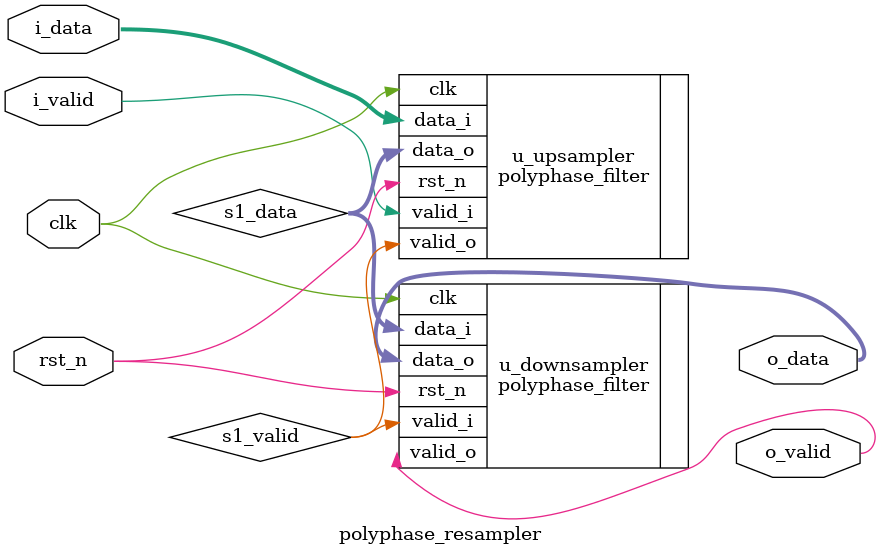
<source format=sv>
`timescale 1ns / 1ps

module polyphase_resampler (
    input  logic        clk,
    input  logic        rst_n,
    input  logic        i_valid,
    input  logic signed [15:0] i_data,
    output logic        o_valid,
    output logic signed [15:0] o_data
);

    // =========================================================================
    // Parameters
    // =========================================================================
    localparam int DATA_WIDTH = 16;
    localparam int COEFF_WIDTH = 16;
    
    // Stage 1: Upsampler (Interpolate by 2)
    localparam int L_FACTOR = 2;
    localparam int L_TAPS_TOTAL = 226;
    localparam int L_TAPS_PER_PHASE = L_TAPS_TOTAL / L_FACTOR; // 64

    // Stage 2: Downsampler (Decimate by 3)
    localparam int M_FACTOR = 3;
    localparam int M_TAPS_TOTAL = 3;
    localparam int M_TAPS_PER_PHASE = M_TAPS_TOTAL / M_FACTOR; // 5

    // =========================================================================
    // Interconnect Signals
    // =========================================================================
    logic signed [DATA_WIDTH-1:0] s1_data;
    logic                         s1_valid;

    // =========================================================================
    // 1. Upsampler (x2)
    //    Input: 9 MHz -> Output: 18 MHz
    //    Uses 128 Coeffs (64 taps per phase)
    // =========================================================================
    polyphase_filter #(
        .COEFF_FILE     ("interp_l2_226.mem"),
        .DATA_WIDTH     (DATA_WIDTH),
        .COEFF_WIDTH    (COEFF_WIDTH),
        .PHASES         (L_FACTOR),        // 2
        .TAPS_PER_PHASE (L_TAPS_PER_PHASE),// 64
        .IS_DECIMATION  (0)                // Interpolation
    ) u_upsampler (
        .clk        (clk),
        .rst_n      (rst_n),
        .valid_i    (i_valid),
        .data_i     (i_data),
        .valid_o    (s1_valid),
        .data_o     (s1_data)
    );

    // =========================================================================
    // 2. Downsampler (/3)
    //    Input: 18 MHz -> Output: 6 MHz
    //    Uses 15 Coeffs (5 taps per phase), Full Pass
    // =========================================================================
    polyphase_filter #(
        .COEFF_FILE     ("decim_m3_pass.mem"),
        .DATA_WIDTH     (DATA_WIDTH),
        .COEFF_WIDTH    (COEFF_WIDTH),
        .PHASES         (M_FACTOR),        // 3
        .TAPS_PER_PHASE (M_TAPS_PER_PHASE),// 5
        .IS_DECIMATION  (1)                // Decimation
    ) u_downsampler (
        .clk        (clk),
        .rst_n      (rst_n),
        .valid_i    (s1_valid), // Chained from Stage 1
        .data_i     (s1_data),
        .valid_o    (o_valid),
        .data_o     (o_data)
    );

endmodule



</source>
